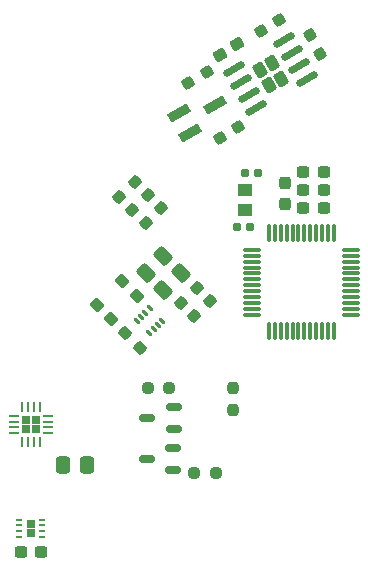
<source format=gbr>
%TF.GenerationSoftware,KiCad,Pcbnew,7.0.7*%
%TF.CreationDate,2023-12-04T17:40:57-05:00*%
%TF.ProjectId,PEEKbot_APS,5045454b-626f-4745-9f41-50532e6b6963,rev?*%
%TF.SameCoordinates,Original*%
%TF.FileFunction,Paste,Bot*%
%TF.FilePolarity,Positive*%
%FSLAX46Y46*%
G04 Gerber Fmt 4.6, Leading zero omitted, Abs format (unit mm)*
G04 Created by KiCad (PCBNEW 7.0.7) date 2023-12-04 17:40:57*
%MOMM*%
%LPD*%
G01*
G04 APERTURE LIST*
G04 Aperture macros list*
%AMRoundRect*
0 Rectangle with rounded corners*
0 $1 Rounding radius*
0 $2 $3 $4 $5 $6 $7 $8 $9 X,Y pos of 4 corners*
0 Add a 4 corners polygon primitive as box body*
4,1,4,$2,$3,$4,$5,$6,$7,$8,$9,$2,$3,0*
0 Add four circle primitives for the rounded corners*
1,1,$1+$1,$2,$3*
1,1,$1+$1,$4,$5*
1,1,$1+$1,$6,$7*
1,1,$1+$1,$8,$9*
0 Add four rect primitives between the rounded corners*
20,1,$1+$1,$2,$3,$4,$5,0*
20,1,$1+$1,$4,$5,$6,$7,0*
20,1,$1+$1,$6,$7,$8,$9,0*
20,1,$1+$1,$8,$9,$2,$3,0*%
%AMRotRect*
0 Rectangle, with rotation*
0 The origin of the aperture is its center*
0 $1 length*
0 $2 width*
0 $3 Rotation angle, in degrees counterclockwise*
0 Add horizontal line*
21,1,$1,$2,0,0,$3*%
G04 Aperture macros list end*
%ADD10RoundRect,0.250000X-0.097227X0.574524X-0.574524X0.097227X0.097227X-0.574524X0.574524X-0.097227X0*%
%ADD11RoundRect,0.237500X0.380070X-0.044194X-0.044194X0.380070X-0.380070X0.044194X0.044194X-0.380070X0*%
%ADD12RoundRect,0.150000X0.512500X0.150000X-0.512500X0.150000X-0.512500X-0.150000X0.512500X-0.150000X0*%
%ADD13RoundRect,0.237500X0.250000X0.237500X-0.250000X0.237500X-0.250000X-0.237500X0.250000X-0.237500X0*%
%ADD14RoundRect,0.050000X0.272236X-0.130815X-0.130815X0.272236X-0.272236X0.130815X0.130815X-0.272236X0*%
%ADD15RoundRect,0.237500X0.237500X-0.300000X0.237500X0.300000X-0.237500X0.300000X-0.237500X-0.300000X0*%
%ADD16RoundRect,0.237500X0.344715X-0.008839X-0.008839X0.344715X-0.344715X0.008839X0.008839X-0.344715X0*%
%ADD17R,0.750000X0.650000*%
%ADD18R,0.500000X0.250000*%
%ADD19RoundRect,0.237500X-0.008839X-0.344715X0.344715X0.008839X0.008839X0.344715X-0.344715X-0.008839X0*%
%ADD20RoundRect,0.155000X0.212500X0.155000X-0.212500X0.155000X-0.212500X-0.155000X0.212500X-0.155000X0*%
%ADD21RoundRect,0.237500X-0.300000X-0.237500X0.300000X-0.237500X0.300000X0.237500X-0.300000X0.237500X0*%
%ADD22RotRect,1.900000X0.800000X30.000000*%
%ADD23RoundRect,0.240000X0.015346X0.453420X-0.400346X0.213420X-0.015346X-0.453420X0.400346X-0.213420X0*%
%ADD24RoundRect,0.150000X0.639471X0.542404X-0.789471X-0.282596X-0.639471X-0.542404X0.789471X0.282596X0*%
%ADD25RoundRect,0.250000X-0.337500X-0.475000X0.337500X-0.475000X0.337500X0.475000X-0.337500X0.475000X0*%
%ADD26RoundRect,0.237500X-0.097756X-0.330681X0.335256X-0.080681X0.097756X0.330681X-0.335256X0.080681X0*%
%ADD27RoundRect,0.237500X0.330681X-0.097756X0.080681X0.335256X-0.330681X0.097756X-0.080681X-0.335256X0*%
%ADD28RoundRect,0.237500X-0.237500X0.250000X-0.237500X-0.250000X0.237500X-0.250000X0.237500X0.250000X0*%
%ADD29RoundRect,0.155000X-0.212500X-0.155000X0.212500X-0.155000X0.212500X0.155000X-0.212500X0.155000X0*%
%ADD30RoundRect,0.237500X-0.141058X-0.355681X0.378558X-0.055681X0.141058X0.355681X-0.378558X0.055681X0*%
%ADD31RoundRect,0.075000X-0.075000X0.662500X-0.075000X-0.662500X0.075000X-0.662500X0.075000X0.662500X0*%
%ADD32RoundRect,0.075000X-0.662500X0.075000X-0.662500X-0.075000X0.662500X-0.075000X0.662500X0.075000X0*%
%ADD33R,1.200000X1.050000*%
%ADD34RoundRect,0.237500X0.300000X0.237500X-0.300000X0.237500X-0.300000X-0.237500X0.300000X-0.237500X0*%
%ADD35RoundRect,0.182500X-0.182500X-0.182500X0.182500X-0.182500X0.182500X0.182500X-0.182500X0.182500X0*%
%ADD36RoundRect,0.062500X-0.355000X-0.062500X0.355000X-0.062500X0.355000X0.062500X-0.355000X0.062500X0*%
%ADD37RoundRect,0.062500X-0.062500X-0.355000X0.062500X-0.355000X0.062500X0.355000X-0.062500X0.355000X0*%
G04 APERTURE END LIST*
D10*
%TO.C,C17*%
X34008939Y-161514573D03*
X32541693Y-162981819D03*
%TD*%
D11*
%TO.C,C16*%
X31752322Y-164902111D03*
X30532562Y-163682351D03*
%TD*%
D12*
%TO.C,Q4*%
X34876414Y-177758700D03*
X34876414Y-179658700D03*
X32601414Y-178708700D03*
%TD*%
D13*
%TO.C,R14*%
X34529911Y-172678696D03*
X32704911Y-172678696D03*
%TD*%
D14*
%TO.C,U7*%
X33895128Y-167016542D03*
X33541575Y-167370095D03*
X33188021Y-167723649D03*
X32834468Y-168077202D03*
X31787950Y-167030684D03*
X32141503Y-166677131D03*
X32495057Y-166323577D03*
X32848610Y-165970024D03*
%TD*%
D15*
%TO.C,C9*%
X44308102Y-157100991D03*
X44308102Y-155375991D03*
%TD*%
D16*
%TO.C,R19*%
X32078788Y-169333096D03*
X30788318Y-168042626D03*
%TD*%
D17*
%TO.C,U8*%
X22787916Y-184196304D03*
X22787916Y-184996304D03*
D18*
X21837916Y-185346304D03*
X21837916Y-184846304D03*
X21837916Y-184346304D03*
X21837916Y-183846304D03*
X23737916Y-183846304D03*
X23737916Y-184346304D03*
X23737916Y-184846304D03*
X23737916Y-185346304D03*
%TD*%
D12*
%TO.C,Q3*%
X34887407Y-174283896D03*
X34887407Y-176183896D03*
X32612407Y-175233896D03*
%TD*%
D10*
%TO.C,C15*%
X35481716Y-162987324D03*
X34014470Y-164454570D03*
%TD*%
D11*
%TO.C,C14*%
X29624925Y-166876549D03*
X28405165Y-165656789D03*
%TD*%
D19*
%TO.C,R21*%
X36642113Y-166640350D03*
X37932583Y-165349880D03*
%TD*%
D20*
%TO.C,C1*%
X41351603Y-159108543D03*
X40216603Y-159108543D03*
%TD*%
D21*
%TO.C,C7*%
X45884002Y-154408603D03*
X47609002Y-154408603D03*
%TD*%
D22*
%TO.C,ESD1*%
X36253240Y-151105064D03*
X35303240Y-149459616D03*
X38376316Y-148782340D03*
%TD*%
D23*
%TO.C,U1*%
X43950736Y-146507109D03*
X43200736Y-145208071D03*
X42963468Y-147077109D03*
X42213468Y-145778071D03*
D24*
X44273015Y-143255312D03*
X44908015Y-144355164D03*
X45543015Y-145455016D03*
X46178015Y-146554868D03*
X41891189Y-149029868D03*
X41256189Y-147930016D03*
X40621189Y-146830164D03*
X39986189Y-145730312D03*
%TD*%
D25*
%TO.C,C12*%
X25513907Y-179211496D03*
X27588907Y-179211496D03*
%TD*%
D13*
%TO.C,R17*%
X38441502Y-179943100D03*
X36616502Y-179943100D03*
%TD*%
D26*
%TO.C,R2*%
X42256365Y-142477186D03*
X43836861Y-141564686D03*
%TD*%
%TO.C,R4*%
X36116811Y-146902696D03*
X37697307Y-145990196D03*
%TD*%
D19*
%TO.C,R22*%
X32520024Y-158769345D03*
X33810494Y-157478875D03*
%TD*%
D27*
%TO.C,R1*%
X47316854Y-144419806D03*
X46404354Y-142839310D03*
%TD*%
D28*
%TO.C,R10*%
X39949798Y-172728193D03*
X39949798Y-174553193D03*
%TD*%
D21*
%TO.C,C5*%
X45885105Y-155932609D03*
X47610105Y-155932609D03*
%TD*%
D29*
%TO.C,C3*%
X40927805Y-154485748D03*
X42062805Y-154485748D03*
%TD*%
D30*
%TO.C,C4*%
X38780834Y-144483805D03*
X40274728Y-143621305D03*
%TD*%
D21*
%TO.C,C6*%
X45885118Y-157456607D03*
X47610118Y-157456607D03*
%TD*%
D19*
%TO.C,R20*%
X35539633Y-165515662D03*
X36830103Y-164225192D03*
%TD*%
%TO.C,R23*%
X30292921Y-156542241D03*
X31583391Y-155251771D03*
%TD*%
D31*
%TO.C,U3*%
X42957705Y-159596410D03*
X43457705Y-159596410D03*
X43957705Y-159596410D03*
X44457705Y-159596410D03*
X44957705Y-159596410D03*
X45457705Y-159596410D03*
X45957705Y-159596410D03*
X46457705Y-159596410D03*
X46957705Y-159596410D03*
X47457705Y-159596410D03*
X47957705Y-159596410D03*
X48457705Y-159596410D03*
D32*
X49870205Y-161008910D03*
X49870205Y-161508910D03*
X49870205Y-162008910D03*
X49870205Y-162508910D03*
X49870205Y-163008910D03*
X49870205Y-163508910D03*
X49870205Y-164008910D03*
X49870205Y-164508910D03*
X49870205Y-165008910D03*
X49870205Y-165508910D03*
X49870205Y-166008910D03*
X49870205Y-166508910D03*
D31*
X48457705Y-167921410D03*
X47957705Y-167921410D03*
X47457705Y-167921410D03*
X46957705Y-167921410D03*
X46457705Y-167921410D03*
X45957705Y-167921410D03*
X45457705Y-167921410D03*
X44957705Y-167921410D03*
X44457705Y-167921410D03*
X43957705Y-167921410D03*
X43457705Y-167921410D03*
X42957705Y-167921410D03*
D32*
X41545205Y-166508910D03*
X41545205Y-166008910D03*
X41545205Y-165508910D03*
X41545205Y-165008910D03*
X41545205Y-164508910D03*
X41545205Y-164008910D03*
X41545205Y-163508910D03*
X41545205Y-163008910D03*
X41545205Y-162508910D03*
X41545205Y-162008910D03*
X41545205Y-161508910D03*
X41545205Y-161008910D03*
%TD*%
D33*
%TO.C,LSE1*%
X40939301Y-157628004D03*
X40939301Y-155978004D03*
%TD*%
D34*
%TO.C,C19*%
X23653599Y-186577508D03*
X21928599Y-186577508D03*
%TD*%
D26*
%TO.C,R3*%
X38785682Y-151526449D03*
X40366178Y-150613949D03*
%TD*%
D35*
%TO.C,U6*%
X22386501Y-175383900D03*
X22386501Y-176223900D03*
X23226501Y-175383900D03*
X23226501Y-176223900D03*
D36*
X21349001Y-176553900D03*
X21349001Y-176053900D03*
X21349001Y-175553900D03*
X21349001Y-175053900D03*
D37*
X22056501Y-174346400D03*
X22556501Y-174346400D03*
X23056501Y-174346400D03*
X23556501Y-174346400D03*
D36*
X24264001Y-175053900D03*
X24264001Y-175553900D03*
X24264001Y-176053900D03*
X24264001Y-176553900D03*
D37*
X23556501Y-177261400D03*
X23056501Y-177261400D03*
X22556501Y-177261400D03*
X22056501Y-177261400D03*
%TD*%
D19*
%TO.C,R24*%
X31406465Y-157655786D03*
X32696935Y-156365316D03*
%TD*%
M02*

</source>
